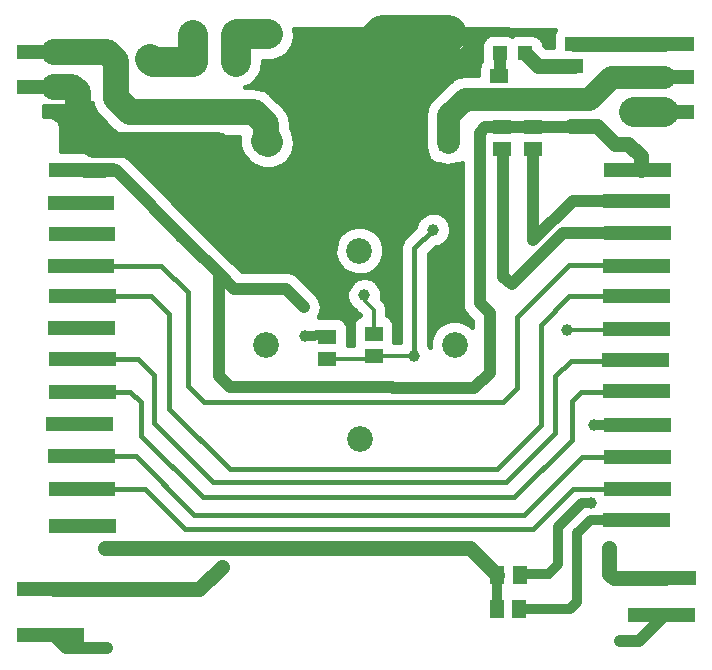
<source format=gbr>
G04 #@! TF.FileFunction,Copper,L1,Top,Signal*
%FSLAX46Y46*%
G04 Gerber Fmt 4.6, Leading zero omitted, Abs format (unit mm)*
G04 Created by KiCad (PCBNEW 4.0.6) date 05/07/17 20:47:01*
%MOMM*%
%LPD*%
G01*
G04 APERTURE LIST*
%ADD10C,0.100000*%
%ADD11R,1.200000X1.200000*%
%ADD12R,1.500000X1.300000*%
%ADD13C,1.100000*%
%ADD14R,0.635000X1.270000*%
%ADD15R,1.300000X1.500000*%
%ADD16R,1.600000X1.600000*%
%ADD17R,1.200000X0.700000*%
%ADD18C,2.184400*%
%ADD19C,1.006400*%
%ADD20C,0.406400*%
%ADD21C,0.812800*%
%ADD22C,1.016000*%
%ADD23C,0.304800*%
%ADD24C,1.930400*%
%ADD25C,2.184400*%
%ADD26C,2.540000*%
%ADD27C,1.270000*%
%ADD28C,3.200000*%
G04 APERTURE END LIST*
D10*
D11*
X191161900Y-80426500D03*
X193261900Y-80426500D03*
D12*
X176540100Y-104393900D03*
X176540100Y-106293900D03*
X191071100Y-82356700D03*
X191071100Y-84256700D03*
D13*
X203057700Y-90281700D03*
D14*
X203438700Y-90281700D03*
X204073700Y-90281700D03*
X202803700Y-90281700D03*
X202168700Y-90281700D03*
X201533700Y-90281700D03*
X204670600Y-90281700D03*
X205267500Y-90281700D03*
X200911400Y-90281700D03*
X200289100Y-90281700D03*
D13*
X205013500Y-82407700D03*
D14*
X205394500Y-82407700D03*
X206029500Y-82407700D03*
X204759500Y-82407700D03*
X204124500Y-82407700D03*
X203489500Y-82407700D03*
X206626400Y-82407700D03*
X207223300Y-82407700D03*
X202867200Y-82407700D03*
X202244900Y-82407700D03*
D13*
X156042300Y-90332500D03*
D14*
X156423300Y-90332500D03*
X157058300Y-90332500D03*
X155788300Y-90332500D03*
X155153300Y-90332500D03*
X154518300Y-90332500D03*
X157655200Y-90332500D03*
X158252100Y-90332500D03*
X153896000Y-90332500D03*
X153273700Y-90332500D03*
D13*
X153375300Y-80324900D03*
D14*
X153756300Y-80324900D03*
X154391300Y-80324900D03*
X153121300Y-80324900D03*
X152486300Y-80324900D03*
X151851300Y-80324900D03*
X154988200Y-80324900D03*
X155585100Y-80324900D03*
X151229000Y-80324900D03*
X150606700Y-80324900D03*
D13*
X202981500Y-103769100D03*
D14*
X203362500Y-103769100D03*
X203997500Y-103769100D03*
X202727500Y-103769100D03*
X202092500Y-103769100D03*
X201457500Y-103769100D03*
X204594400Y-103769100D03*
X205191300Y-103769100D03*
X200835200Y-103769100D03*
X200212900Y-103769100D03*
D13*
X202879900Y-106385300D03*
D14*
X203260900Y-106385300D03*
X203895900Y-106385300D03*
X202625900Y-106385300D03*
X201990900Y-106385300D03*
X201355900Y-106385300D03*
X204492800Y-106385300D03*
X205089700Y-106385300D03*
X200733600Y-106385300D03*
X200111300Y-106385300D03*
D13*
X156067700Y-106309100D03*
D14*
X156448700Y-106309100D03*
X157083700Y-106309100D03*
X155813700Y-106309100D03*
X155178700Y-106309100D03*
X154543700Y-106309100D03*
X157680600Y-106309100D03*
X158277500Y-106309100D03*
X153921400Y-106309100D03*
X153299100Y-106309100D03*
D13*
X202981500Y-109026900D03*
D14*
X203362500Y-109026900D03*
X203997500Y-109026900D03*
X202727500Y-109026900D03*
X202092500Y-109026900D03*
X201457500Y-109026900D03*
X204594400Y-109026900D03*
X205191300Y-109026900D03*
X200835200Y-109026900D03*
X200212900Y-109026900D03*
D13*
X156093100Y-109077700D03*
D14*
X156474100Y-109077700D03*
X157109100Y-109077700D03*
X155839100Y-109077700D03*
X155204100Y-109077700D03*
X154569100Y-109077700D03*
X157706000Y-109077700D03*
X158302900Y-109077700D03*
X153946800Y-109077700D03*
X153324500Y-109077700D03*
D13*
X203006900Y-92897900D03*
D14*
X203387900Y-92897900D03*
X204022900Y-92897900D03*
X202752900Y-92897900D03*
X202117900Y-92897900D03*
X201482900Y-92897900D03*
X204619800Y-92897900D03*
X205216700Y-92897900D03*
X200860600Y-92897900D03*
X200238300Y-92897900D03*
D13*
X203057700Y-114614900D03*
D14*
X203438700Y-114614900D03*
X204073700Y-114614900D03*
X202803700Y-114614900D03*
X202168700Y-114614900D03*
X201533700Y-114614900D03*
X204670600Y-114614900D03*
X205267500Y-114614900D03*
X200911400Y-114614900D03*
X200289100Y-114614900D03*
D13*
X156016900Y-114513300D03*
D14*
X156397900Y-114513300D03*
X157032900Y-114513300D03*
X155762900Y-114513300D03*
X155127900Y-114513300D03*
X154492900Y-114513300D03*
X157629800Y-114513300D03*
X158226700Y-114513300D03*
X153870600Y-114513300D03*
X153248300Y-114513300D03*
D13*
X202981500Y-98409700D03*
D14*
X203362500Y-98409700D03*
X203997500Y-98409700D03*
X202727500Y-98409700D03*
X202092500Y-98409700D03*
X201457500Y-98409700D03*
X204594400Y-98409700D03*
X205191300Y-98409700D03*
X200835200Y-98409700D03*
X200212900Y-98409700D03*
D13*
X155966100Y-98409700D03*
D14*
X156347100Y-98409700D03*
X156982100Y-98409700D03*
X155712100Y-98409700D03*
X155077100Y-98409700D03*
X154442100Y-98409700D03*
X157579000Y-98409700D03*
X158175900Y-98409700D03*
X153819800Y-98409700D03*
X153197500Y-98409700D03*
D13*
X205038900Y-85354100D03*
D14*
X205419900Y-85354100D03*
X206054900Y-85354100D03*
X204784900Y-85354100D03*
X204149900Y-85354100D03*
X203514900Y-85354100D03*
X206651800Y-85354100D03*
X207248700Y-85354100D03*
X202892600Y-85354100D03*
X202270300Y-85354100D03*
D13*
X205115100Y-127975300D03*
D14*
X205496100Y-127975300D03*
X206131100Y-127975300D03*
X204861100Y-127975300D03*
X204226100Y-127975300D03*
X203591100Y-127975300D03*
X206728000Y-127975300D03*
X207324900Y-127975300D03*
X202968800Y-127975300D03*
X202346500Y-127975300D03*
D13*
X205165900Y-124876500D03*
D14*
X205546900Y-124876500D03*
X206181900Y-124876500D03*
X204911900Y-124876500D03*
X204276900Y-124876500D03*
X203641900Y-124876500D03*
X206778800Y-124876500D03*
X207375700Y-124876500D03*
X203019600Y-124876500D03*
X202397300Y-124876500D03*
D13*
X153375300Y-83245900D03*
D14*
X153756300Y-83245900D03*
X154391300Y-83245900D03*
X153121300Y-83245900D03*
X152486300Y-83245900D03*
X151851300Y-83245900D03*
X154988200Y-83245900D03*
X155585100Y-83245900D03*
X151229000Y-83245900D03*
X150606700Y-83245900D03*
D13*
X153349900Y-129702500D03*
D14*
X153730900Y-129702500D03*
X154365900Y-129702500D03*
X153095900Y-129702500D03*
X152460900Y-129702500D03*
X151825900Y-129702500D03*
X154962800Y-129702500D03*
X155559700Y-129702500D03*
X151203600Y-129702500D03*
X150581300Y-129702500D03*
D13*
X153400700Y-125790900D03*
D14*
X153781700Y-125790900D03*
X154416700Y-125790900D03*
X153146700Y-125790900D03*
X152511700Y-125790900D03*
X151876700Y-125790900D03*
X155013600Y-125790900D03*
X155610500Y-125790900D03*
X151254400Y-125790900D03*
X150632100Y-125790900D03*
D13*
X155966100Y-93126500D03*
D14*
X156347100Y-93126500D03*
X156982100Y-93126500D03*
X155712100Y-93126500D03*
X155077100Y-93126500D03*
X154442100Y-93126500D03*
X157579000Y-93126500D03*
X158175900Y-93126500D03*
X153819800Y-93126500D03*
X153197500Y-93126500D03*
D13*
X156042300Y-95742700D03*
D14*
X156423300Y-95742700D03*
X157058300Y-95742700D03*
X155788300Y-95742700D03*
X155153300Y-95742700D03*
X154518300Y-95742700D03*
X157655200Y-95742700D03*
X158252100Y-95742700D03*
X153896000Y-95742700D03*
X153273700Y-95742700D03*
D13*
X156016900Y-103642100D03*
D14*
X156397900Y-103642100D03*
X157032900Y-103642100D03*
X155762900Y-103642100D03*
X155127900Y-103642100D03*
X154492900Y-103642100D03*
X157629800Y-103642100D03*
X158226700Y-103642100D03*
X153870600Y-103642100D03*
X153248300Y-103642100D03*
D13*
X155864500Y-111770100D03*
D14*
X156245500Y-111770100D03*
X156880500Y-111770100D03*
X155610500Y-111770100D03*
X154975500Y-111770100D03*
X154340500Y-111770100D03*
X157477400Y-111770100D03*
X158074300Y-111770100D03*
X153718200Y-111770100D03*
X153095900Y-111770100D03*
D13*
X156067700Y-120431500D03*
D14*
X156448700Y-120431500D03*
X157083700Y-120431500D03*
X155813700Y-120431500D03*
X155178700Y-120431500D03*
X154543700Y-120431500D03*
X157680600Y-120431500D03*
X158277500Y-120431500D03*
X153921400Y-120431500D03*
X153299100Y-120431500D03*
D12*
X180451700Y-106065300D03*
X180451700Y-104165300D03*
D13*
X205038900Y-79639100D03*
D14*
X205419900Y-79639100D03*
X206054900Y-79639100D03*
X204784900Y-79639100D03*
X204149900Y-79639100D03*
X203514900Y-79639100D03*
X206651800Y-79639100D03*
X207248700Y-79639100D03*
X202892600Y-79639100D03*
X202270300Y-79639100D03*
D13*
X202981500Y-119898100D03*
D14*
X203362500Y-119898100D03*
X203997500Y-119898100D03*
X202727500Y-119898100D03*
X202092500Y-119898100D03*
X201457500Y-119898100D03*
X204594400Y-119898100D03*
X205191300Y-119898100D03*
X200835200Y-119898100D03*
X200212900Y-119898100D03*
D13*
X203057700Y-111846300D03*
D14*
X203438700Y-111846300D03*
X204073700Y-111846300D03*
X202803700Y-111846300D03*
X202168700Y-111846300D03*
X201533700Y-111846300D03*
X204670600Y-111846300D03*
X205267500Y-111846300D03*
X200911400Y-111846300D03*
X200289100Y-111846300D03*
D15*
X190931700Y-124571700D03*
X192831700Y-124571700D03*
D12*
X197393500Y-81528900D03*
X197393500Y-79628900D03*
D15*
X190880900Y-127452900D03*
X192780900Y-127452900D03*
D13*
X203057700Y-95666500D03*
D14*
X203438700Y-95666500D03*
X204073700Y-95666500D03*
X202803700Y-95666500D03*
X202168700Y-95666500D03*
X201533700Y-95666500D03*
X204670600Y-95666500D03*
X205267500Y-95666500D03*
X200911400Y-95666500D03*
X200289100Y-95666500D03*
D13*
X203108500Y-117281900D03*
D14*
X203489500Y-117281900D03*
X204124500Y-117281900D03*
X202854500Y-117281900D03*
X202219500Y-117281900D03*
X201584500Y-117281900D03*
X204721400Y-117281900D03*
X205318300Y-117281900D03*
X200962200Y-117281900D03*
X200339900Y-117281900D03*
D13*
X156042300Y-117307300D03*
D14*
X156423300Y-117307300D03*
X157058300Y-117307300D03*
X155788300Y-117307300D03*
X155153300Y-117307300D03*
X154518300Y-117307300D03*
X157655200Y-117307300D03*
X158252100Y-117307300D03*
X153896000Y-117307300D03*
X153273700Y-117307300D03*
D13*
X203006900Y-100975100D03*
D14*
X203387900Y-100975100D03*
X204022900Y-100975100D03*
X202752900Y-100975100D03*
X202117900Y-100975100D03*
X201482900Y-100975100D03*
X204619800Y-100975100D03*
X205216700Y-100975100D03*
X200860600Y-100975100D03*
X200238300Y-100975100D03*
D13*
X156067700Y-100949700D03*
D14*
X156448700Y-100949700D03*
X157083700Y-100949700D03*
X155813700Y-100949700D03*
X155178700Y-100949700D03*
X154543700Y-100949700D03*
X157680600Y-100949700D03*
X158277500Y-100949700D03*
X153921400Y-100949700D03*
X153299100Y-100949700D03*
D12*
X193984300Y-86615500D03*
X193984300Y-88515500D03*
X191351300Y-86648900D03*
X191351300Y-88548900D03*
D16*
X186752100Y-87964900D03*
X186752100Y-78820900D03*
X171512100Y-78820900D03*
X171512100Y-87964900D03*
D17*
X165110100Y-81154900D03*
X168810100Y-81154900D03*
X165142100Y-78879900D03*
X168842100Y-78879900D03*
D18*
X171307700Y-105089900D03*
X179257700Y-97113500D03*
X187309700Y-105089900D03*
X179308700Y-113090900D03*
D19*
X174609700Y-104327900D03*
X183909100Y-106056900D03*
X185499600Y-95342400D03*
X181975700Y-108645900D03*
X174533500Y-101889500D03*
X197156100Y-86538900D03*
X195245100Y-81528900D03*
X157696100Y-122279900D03*
X156042300Y-90332500D03*
X161522100Y-80875900D03*
X196860100Y-103819900D03*
X203248100Y-85354100D03*
X168233100Y-90074900D03*
X186837100Y-91519900D03*
X201280100Y-130165900D03*
X157860100Y-130768900D03*
X200429100Y-122324900D03*
X167622100Y-123875900D03*
X198836100Y-118506900D03*
X199095300Y-111846300D03*
X179680100Y-100897900D03*
X193982100Y-96219900D03*
X192178100Y-99986900D03*
D20*
X156067700Y-106309100D02*
X160487300Y-106309100D01*
X160487300Y-106309100D02*
X161858900Y-107680700D01*
X161858900Y-107680700D02*
X161858900Y-111744700D01*
X161858900Y-111744700D02*
X166837300Y-116723100D01*
X166837300Y-116723100D02*
X191703900Y-116723100D01*
X191703900Y-116723100D02*
X195844100Y-112582900D01*
X195844100Y-112582900D02*
X195844100Y-107731500D01*
X195844100Y-107731500D02*
X197139500Y-106436100D01*
X197139500Y-106436100D02*
X202829100Y-106436100D01*
X202829100Y-106436100D02*
X202879900Y-106385300D01*
X156093100Y-109077700D02*
X159852300Y-109077700D01*
X159852300Y-109077700D02*
X160741300Y-109966700D01*
X160741300Y-109966700D02*
X160741300Y-112786100D01*
X160741300Y-112786100D02*
X165973700Y-118018500D01*
X165973700Y-118018500D02*
X192364300Y-118018500D01*
X192364300Y-118018500D02*
X197215700Y-113167100D01*
X197215700Y-113167100D02*
X197215700Y-109890500D01*
X197215700Y-109890500D02*
X198053900Y-109052300D01*
X198053900Y-109052300D02*
X202956100Y-109052300D01*
X202956100Y-109052300D02*
X202981500Y-109026900D01*
X156016900Y-114513300D02*
X160309500Y-114513300D01*
X160309500Y-114513300D02*
X165262500Y-119466300D01*
X165262500Y-119466300D02*
X193227900Y-119466300D01*
X193227900Y-119466300D02*
X198130100Y-114564100D01*
X198130100Y-114564100D02*
X203006900Y-114564100D01*
X203006900Y-114564100D02*
X203057700Y-114614900D01*
X155966100Y-98409700D02*
X162493900Y-98409700D01*
X162493900Y-98409700D02*
X164729100Y-100644900D01*
X164729100Y-100644900D02*
X164729100Y-108569700D01*
X192618300Y-102753100D02*
X197012500Y-98358900D01*
X197012500Y-98358900D02*
X202930700Y-98358900D01*
X202930700Y-98358900D02*
X202981500Y-98409700D01*
X164729100Y-108569700D02*
X166100700Y-109941300D01*
X166100700Y-109941300D02*
X191399100Y-109941300D01*
X191399100Y-109941300D02*
X192618300Y-108722100D01*
X192618300Y-102753100D02*
X192618300Y-108722100D01*
X156042300Y-117307300D02*
X161071500Y-117307300D01*
X161071500Y-117307300D02*
X164475100Y-120710900D01*
X164475100Y-120710900D02*
X193939100Y-120710900D01*
X193939100Y-120710900D02*
X197342700Y-117307300D01*
X197342700Y-117307300D02*
X203083100Y-117307300D01*
X203083100Y-117307300D02*
X203108500Y-117281900D01*
X156067700Y-100949700D02*
X161604900Y-100949700D01*
X161604900Y-100949700D02*
X163154300Y-102499100D01*
X163154300Y-102499100D02*
X163154300Y-110500100D01*
X163154300Y-110500100D02*
X168259700Y-115605500D01*
X168259700Y-115605500D02*
X190916500Y-115605500D01*
X190916500Y-115605500D02*
X194599500Y-111922500D01*
X194599500Y-111922500D02*
X194599500Y-103388100D01*
X194599500Y-103388100D02*
X197012500Y-100975100D01*
X197012500Y-100975100D02*
X203006900Y-100975100D01*
D21*
X174609700Y-104327900D02*
X176448700Y-104302500D01*
X176448700Y-104302500D02*
X176540100Y-104393900D01*
D22*
X191161900Y-80426500D02*
X191161900Y-82265900D01*
X191161900Y-82265900D02*
X191071100Y-82356700D01*
D23*
X176540100Y-106293900D02*
X180223100Y-106293900D01*
X180223100Y-106293900D02*
X180451700Y-106065300D01*
D24*
X191071100Y-84256700D02*
X198724300Y-84256700D01*
X198724300Y-84256700D02*
X200524100Y-82456900D01*
X200524100Y-82456900D02*
X204964300Y-82456900D01*
X204964300Y-82456900D02*
X205013500Y-82407700D01*
D25*
X153375300Y-80324900D02*
X157884100Y-80324900D01*
X157884100Y-80324900D02*
X158626100Y-81066900D01*
X158626100Y-81066900D02*
X158626100Y-84184900D01*
X158626100Y-84184900D02*
X159841100Y-85399900D01*
X159841100Y-85399900D02*
X170320100Y-85399900D01*
X170320100Y-85399900D02*
X171346100Y-86425900D01*
X171346100Y-86425900D02*
X171346100Y-87798900D01*
D26*
X171346100Y-87798900D02*
X171512100Y-87964900D01*
D24*
X191071100Y-84256700D02*
X188209300Y-84256700D01*
X188209300Y-84256700D02*
X186800100Y-85665900D01*
X186800100Y-85665900D02*
X186800100Y-87916900D01*
X186800100Y-87916900D02*
X186752100Y-87964900D01*
D23*
X180451700Y-106065300D02*
X183900700Y-106065300D01*
X183900700Y-106065300D02*
X183909100Y-106056900D01*
D20*
X183900700Y-106065300D02*
X183900700Y-96941300D01*
X183900700Y-96941300D02*
X185499600Y-95342400D01*
D21*
X190931700Y-124571700D02*
X190931700Y-127544100D01*
X190931700Y-127544100D02*
X190880900Y-127452900D01*
D22*
X181975700Y-108645900D02*
X168285100Y-108645900D01*
X168285100Y-108645900D02*
X167345300Y-107706100D01*
X167345300Y-107706100D02*
X167345300Y-99044700D01*
X167345300Y-99044700D02*
X164932300Y-96631700D01*
X167345300Y-99044700D02*
X168666100Y-100365500D01*
X168666100Y-100365500D02*
X173009500Y-100365500D01*
X173009500Y-100365500D02*
X174533500Y-101889500D01*
X157587100Y-90332500D02*
X158633100Y-90332500D01*
X158633100Y-90332500D02*
X164932300Y-96631700D01*
X164932300Y-96631700D02*
X164898900Y-96631700D01*
X164898900Y-96631700D02*
X164265100Y-95997900D01*
X164265100Y-95997900D02*
X164216100Y-95997900D01*
X164216100Y-95997900D02*
X164167100Y-95948900D01*
D27*
X203057700Y-90281700D02*
X203057700Y-89131500D01*
X203057700Y-89131500D02*
X201983100Y-88056900D01*
X201983100Y-88056900D02*
X200876100Y-88056900D01*
X200876100Y-88056900D02*
X199399100Y-86579900D01*
X197393500Y-81528900D02*
X195245100Y-81528900D01*
X195245100Y-81528900D02*
X194364300Y-81528900D01*
X194364300Y-81528900D02*
X193261900Y-80426500D01*
X199399100Y-86579900D02*
X197219100Y-86579900D01*
X197219100Y-86579900D02*
X197156100Y-86538900D01*
D22*
X193984300Y-86615500D02*
X197079500Y-86615500D01*
X197079500Y-86615500D02*
X197156100Y-86538900D01*
X191351300Y-86648900D02*
X193950900Y-86648900D01*
X193950900Y-86648900D02*
X193984300Y-86615500D01*
X191351300Y-86648900D02*
X189911100Y-86648900D01*
X189911100Y-86648900D02*
X189426100Y-87133900D01*
X189426100Y-87133900D02*
X189426100Y-101570900D01*
X189426100Y-101570900D02*
X190280100Y-102424900D01*
X190280100Y-102424900D02*
X190280100Y-107459900D01*
X190280100Y-107459900D02*
X188952100Y-108787900D01*
X188952100Y-108787900D02*
X182117700Y-108787900D01*
X182117700Y-108787900D02*
X181975700Y-108645900D01*
D27*
X190931700Y-124571700D02*
X188639900Y-122279900D01*
X188639900Y-122279900D02*
X157696100Y-122279900D01*
X156042300Y-90332500D02*
X157587100Y-90332500D01*
D26*
X165142100Y-78879900D02*
X165142100Y-81122900D01*
X165142100Y-81122900D02*
X165110100Y-81154900D01*
X165110100Y-81154900D02*
X161801100Y-81154900D01*
X161801100Y-81154900D02*
X161522100Y-80875900D01*
D23*
X196860100Y-103819900D02*
X202930700Y-103819900D01*
X202930700Y-103819900D02*
X202981500Y-103769100D01*
D26*
X203248100Y-85354100D02*
X202539300Y-85354100D01*
X203248100Y-85354100D02*
X205038900Y-85354100D01*
D25*
X167283100Y-88174900D02*
X167296100Y-88187900D01*
X167296100Y-88187900D02*
X168195100Y-89086900D01*
X168195100Y-89086900D02*
X168195100Y-90036900D01*
D26*
X168195100Y-90036900D02*
X168233100Y-90074900D01*
D25*
X153375300Y-83245900D02*
X154958100Y-83245900D01*
X154958100Y-83245900D02*
X155416100Y-83703900D01*
X155416100Y-83703900D02*
X155416100Y-86825900D01*
X155416100Y-86825900D02*
X156778100Y-88187900D01*
X156778100Y-88187900D02*
X167296100Y-88187900D01*
D28*
X186752100Y-78820900D02*
X181225100Y-78820900D01*
X181225100Y-78820900D02*
X178877100Y-81168900D01*
X178877100Y-81168900D02*
X178877100Y-89010900D01*
X178877100Y-89010900D02*
X178877100Y-90661900D01*
X178877100Y-90661900D02*
X176872100Y-92666900D01*
X176872100Y-92666900D02*
X170104100Y-92666900D01*
X170104100Y-92666900D02*
X168233100Y-90795900D01*
X168233100Y-90795900D02*
X168233100Y-90074900D01*
D26*
X186837100Y-91519900D02*
X181386100Y-91519900D01*
X181386100Y-91519900D02*
X178877100Y-89010900D01*
D22*
X205115100Y-127975300D02*
X202924500Y-130165900D01*
X202924500Y-130165900D02*
X201280100Y-130165900D01*
X153349900Y-129702500D02*
X154416300Y-130768900D01*
X154416300Y-130768900D02*
X157860100Y-130768900D01*
D27*
X205165900Y-124876500D02*
X200836700Y-124876500D01*
X200836700Y-124876500D02*
X200429100Y-124468900D01*
X200429100Y-124468900D02*
X200429100Y-122324900D01*
X153400700Y-125790900D02*
X165707100Y-125790900D01*
X165707100Y-125790900D02*
X167622100Y-123875900D01*
X197393500Y-79628900D02*
X205028700Y-79628900D01*
D21*
X205028700Y-79628900D02*
X205038900Y-79639100D01*
X192780900Y-127452900D02*
X197073900Y-127452900D01*
X197073900Y-127452900D02*
X197688100Y-126878700D01*
X197688100Y-126878700D02*
X197644100Y-121041100D01*
X197644100Y-121041100D02*
X198841300Y-119948900D01*
X198841300Y-119948900D02*
X202930700Y-119948900D01*
X202930700Y-119948900D02*
X202981500Y-119898100D01*
X195285300Y-124495500D02*
X192907900Y-124495500D01*
X192907900Y-124495500D02*
X192831700Y-124571700D01*
X195285300Y-124495500D02*
X196102100Y-123678700D01*
X196102100Y-123678700D02*
X196102100Y-120521900D01*
X196102100Y-120521900D02*
X198117100Y-118506900D01*
X198117100Y-118506900D02*
X198836100Y-118506900D01*
X199095300Y-111846300D02*
X203057700Y-111846300D01*
D23*
X180451700Y-104165300D02*
X180451700Y-102118100D01*
X180451700Y-102118100D02*
X179715100Y-101381500D01*
X179715100Y-101381500D02*
X179680100Y-100897900D01*
D22*
X203006900Y-92897900D02*
X197304100Y-92897900D01*
X197304100Y-92897900D02*
X193982100Y-96219900D01*
X193982100Y-96219900D02*
X193982100Y-88517700D01*
X193982100Y-88517700D02*
X193984300Y-88515500D01*
X203057700Y-95666500D02*
X196531500Y-95666500D01*
X196531500Y-95666500D02*
X192178100Y-99986900D01*
X192178100Y-99986900D02*
X191451100Y-99321900D01*
X191451100Y-99321900D02*
X191451100Y-88648700D01*
X191451100Y-88648700D02*
X191351300Y-88548900D01*
D26*
X171512100Y-78820900D02*
X168901100Y-78820900D01*
X168901100Y-78820900D02*
X168842100Y-78879900D01*
X168810100Y-81154900D02*
X168810100Y-78911900D01*
X168810100Y-78911900D02*
X168842100Y-78879900D01*
D20*
G36*
X185292500Y-78384315D02*
X185292500Y-78631000D01*
X185457400Y-78795900D01*
X186727100Y-78795900D01*
X186727100Y-78775900D01*
X186777100Y-78775900D01*
X186777100Y-78795900D01*
X188046800Y-78795900D01*
X188211700Y-78631000D01*
X188211700Y-78392362D01*
X195797516Y-78413273D01*
X195781060Y-78432581D01*
X195663004Y-78694480D01*
X195622585Y-78978900D01*
X195622585Y-79877900D01*
X195048166Y-79877900D01*
X194872941Y-79702675D01*
X194869913Y-79664706D01*
X194784930Y-79390286D01*
X194626860Y-79150406D01*
X194408219Y-78964060D01*
X194146320Y-78846004D01*
X193861900Y-78805585D01*
X193563740Y-78805585D01*
X193267663Y-78775510D01*
X192949508Y-78805585D01*
X192661900Y-78805585D01*
X192500106Y-78818487D01*
X192225686Y-78903470D01*
X192204612Y-78917357D01*
X192046320Y-78846004D01*
X191761900Y-78805585D01*
X190561900Y-78805585D01*
X190400106Y-78818487D01*
X190125686Y-78903470D01*
X189885806Y-79061540D01*
X189699460Y-79280181D01*
X189581404Y-79542080D01*
X189540985Y-79826500D01*
X189540985Y-81026500D01*
X189543704Y-81060598D01*
X189458660Y-81160381D01*
X189340604Y-81422280D01*
X189300185Y-81706700D01*
X189300185Y-82275500D01*
X188209300Y-82275500D01*
X188027187Y-82293356D01*
X187844856Y-82309308D01*
X187834847Y-82312216D01*
X187824483Y-82313232D01*
X187649340Y-82366110D01*
X187473546Y-82417183D01*
X187464295Y-82421978D01*
X187454323Y-82424989D01*
X187292754Y-82510897D01*
X187130262Y-82595125D01*
X187122120Y-82601625D01*
X187112921Y-82606516D01*
X186971104Y-82722179D01*
X186828077Y-82836356D01*
X186813577Y-82850655D01*
X186813279Y-82850898D01*
X186813050Y-82851174D01*
X186808380Y-82855780D01*
X185399180Y-84264980D01*
X185283031Y-84406383D01*
X185165385Y-84546587D01*
X185160365Y-84555719D01*
X185153754Y-84563767D01*
X185067274Y-84725051D01*
X184979109Y-84885422D01*
X184975960Y-84895349D01*
X184971035Y-84904534D01*
X184917521Y-85079571D01*
X184862194Y-85253985D01*
X184861033Y-85264339D01*
X184857987Y-85274301D01*
X184839494Y-85456358D01*
X184819093Y-85638238D01*
X184818951Y-85658601D01*
X184818912Y-85658984D01*
X184818946Y-85659341D01*
X184818900Y-85665900D01*
X184818900Y-87544148D01*
X184809987Y-87573301D01*
X184770912Y-87957984D01*
X184807300Y-88342931D01*
X184917765Y-88713478D01*
X184931185Y-88738931D01*
X184931185Y-88764900D01*
X184944087Y-88926694D01*
X185029070Y-89201114D01*
X185187140Y-89440994D01*
X185405781Y-89627340D01*
X185667680Y-89745396D01*
X185952100Y-89785815D01*
X185972867Y-89785815D01*
X185977984Y-89788605D01*
X186346953Y-89904232D01*
X186731353Y-89945991D01*
X187116544Y-89912292D01*
X187487854Y-89804416D01*
X187523739Y-89785815D01*
X187552100Y-89785815D01*
X187713894Y-89772913D01*
X187902100Y-89714629D01*
X187902100Y-101570900D01*
X187915838Y-101711010D01*
X187928106Y-101851242D01*
X187930342Y-101858939D01*
X187931124Y-101866913D01*
X187971811Y-102001673D01*
X188011088Y-102136865D01*
X188014776Y-102143980D01*
X188017092Y-102151651D01*
X188083180Y-102275945D01*
X188147966Y-102400930D01*
X188152966Y-102407193D01*
X188156728Y-102414269D01*
X188245729Y-102523395D01*
X188333529Y-102633380D01*
X188344525Y-102644531D01*
X188344714Y-102644763D01*
X188344928Y-102644940D01*
X188348469Y-102648531D01*
X188756100Y-103056162D01*
X188756100Y-103554397D01*
X188660020Y-103457644D01*
X188317263Y-103226452D01*
X187936128Y-103066237D01*
X187531133Y-102983104D01*
X187117704Y-102980217D01*
X186711588Y-103057688D01*
X186328253Y-103212565D01*
X185982302Y-103438950D01*
X185686911Y-103728218D01*
X185453331Y-104069353D01*
X185290460Y-104449359D01*
X185204501Y-104853764D01*
X185198928Y-105252876D01*
X185119900Y-105133929D01*
X185119900Y-97446310D01*
X185719963Y-96846247D01*
X185910120Y-96812717D01*
X186187888Y-96704978D01*
X186439439Y-96545339D01*
X186655192Y-96339880D01*
X186826928Y-96096427D01*
X186948108Y-95824254D01*
X187014114Y-95533728D01*
X187018865Y-95193435D01*
X186960997Y-94901178D01*
X186847465Y-94625728D01*
X186682592Y-94377575D01*
X186472660Y-94166172D01*
X186225665Y-93999572D01*
X185951013Y-93884119D01*
X185659168Y-93824212D01*
X185361245Y-93822132D01*
X185068591Y-93877958D01*
X184792355Y-93989565D01*
X184543057Y-94152701D01*
X184330194Y-94361152D01*
X184161873Y-94606978D01*
X184044506Y-94880817D01*
X183992553Y-95125237D01*
X183038595Y-96079195D01*
X182967074Y-96166266D01*
X182894722Y-96252492D01*
X182891636Y-96258106D01*
X182887563Y-96263064D01*
X182834321Y-96362360D01*
X182780090Y-96461006D01*
X182778151Y-96467117D01*
X182775122Y-96472767D01*
X182742197Y-96580461D01*
X182708142Y-96687814D01*
X182707427Y-96694185D01*
X182705553Y-96700316D01*
X182694169Y-96812385D01*
X182681619Y-96924277D01*
X182681531Y-96936803D01*
X182681507Y-96937044D01*
X182681528Y-96937268D01*
X182681500Y-96941300D01*
X182681500Y-104896900D01*
X182211019Y-104896900D01*
X182222615Y-104815300D01*
X182222615Y-103515300D01*
X182209713Y-103353506D01*
X182124730Y-103079086D01*
X181966660Y-102839206D01*
X181748019Y-102652860D01*
X181620100Y-102595198D01*
X181620100Y-102118100D01*
X181609570Y-102010711D01*
X181600162Y-101903171D01*
X181598447Y-101897269D01*
X181597848Y-101891157D01*
X181566656Y-101787842D01*
X181536543Y-101684194D01*
X181533717Y-101678741D01*
X181531940Y-101672857D01*
X181481264Y-101577549D01*
X181431603Y-101481744D01*
X181427769Y-101476942D01*
X181424885Y-101471517D01*
X181356672Y-101387880D01*
X181289338Y-101303532D01*
X181280906Y-101294981D01*
X181280762Y-101294805D01*
X181280599Y-101294670D01*
X181277884Y-101291917D01*
X181172506Y-101186538D01*
X181194614Y-101089228D01*
X181199365Y-100748935D01*
X181141497Y-100456678D01*
X181027965Y-100181228D01*
X180863092Y-99933075D01*
X180653160Y-99721672D01*
X180406165Y-99555072D01*
X180131513Y-99439619D01*
X179839668Y-99379712D01*
X179541745Y-99377632D01*
X179249091Y-99433458D01*
X178972855Y-99545065D01*
X178723557Y-99708201D01*
X178510694Y-99916652D01*
X178342373Y-100162478D01*
X178225006Y-100436317D01*
X178163063Y-100727737D01*
X178158903Y-101025638D01*
X178212685Y-101318674D01*
X178322361Y-101595683D01*
X178483752Y-101846114D01*
X178690712Y-102060427D01*
X178866978Y-102182936D01*
X178877462Y-102196068D01*
X178888916Y-102207684D01*
X179271607Y-102590374D01*
X179265486Y-102592270D01*
X179025606Y-102750340D01*
X178839260Y-102968981D01*
X178721204Y-103230880D01*
X178680785Y-103515300D01*
X178680785Y-104815300D01*
X178693687Y-104977094D01*
X178733123Y-105104438D01*
X178723629Y-105125500D01*
X178299419Y-105125500D01*
X178311015Y-105043900D01*
X178311015Y-103743900D01*
X178298113Y-103582106D01*
X178213130Y-103307686D01*
X178055060Y-103067806D01*
X177836419Y-102881460D01*
X177574520Y-102763404D01*
X177290100Y-102722985D01*
X175806582Y-102722985D01*
X175812724Y-102711719D01*
X175860828Y-102643527D01*
X175909475Y-102534264D01*
X175936349Y-102484974D01*
X175948062Y-102447597D01*
X175982008Y-102371354D01*
X176008509Y-102254711D01*
X176025293Y-102201152D01*
X176029523Y-102162218D01*
X176048014Y-102080828D01*
X176049437Y-101978905D01*
X176057416Y-101905458D01*
X176051419Y-101836916D01*
X176052765Y-101740535D01*
X176035246Y-101652059D01*
X176031493Y-101609158D01*
X176016606Y-101557915D01*
X175994897Y-101448278D01*
X175960526Y-101364887D01*
X175948512Y-101323535D01*
X175923956Y-101276162D01*
X175881365Y-101172828D01*
X175831451Y-101097701D01*
X175811633Y-101059469D01*
X175778341Y-101017765D01*
X175716492Y-100924675D01*
X175652938Y-100860676D01*
X175626071Y-100827020D01*
X175611130Y-100811869D01*
X174087131Y-99287869D01*
X173978335Y-99198503D01*
X173870510Y-99108027D01*
X173863487Y-99104166D01*
X173857295Y-99099080D01*
X173733233Y-99032559D01*
X173609867Y-98964738D01*
X173602229Y-98962315D01*
X173595166Y-98958528D01*
X173460549Y-98917371D01*
X173326357Y-98874803D01*
X173318392Y-98873910D01*
X173310730Y-98871567D01*
X173170650Y-98857338D01*
X173030778Y-98841649D01*
X173015119Y-98841539D01*
X173014820Y-98841509D01*
X173014542Y-98841535D01*
X173009500Y-98841500D01*
X169297362Y-98841500D01*
X167746625Y-97290763D01*
X177146729Y-97290763D01*
X177221362Y-97697410D01*
X177373559Y-98081817D01*
X177597523Y-98429340D01*
X177884722Y-98726744D01*
X178224218Y-98962699D01*
X178603078Y-99128219D01*
X179006873Y-99216999D01*
X179420222Y-99225658D01*
X179827380Y-99153865D01*
X180212839Y-99004355D01*
X180561918Y-98782823D01*
X180861319Y-98497707D01*
X181099639Y-98159867D01*
X181267800Y-97782171D01*
X181359397Y-97379006D01*
X181365991Y-96906780D01*
X181285687Y-96501215D01*
X181128137Y-96118971D01*
X180899343Y-95774608D01*
X180608020Y-95481244D01*
X180265263Y-95250052D01*
X179884128Y-95089837D01*
X179479133Y-95006704D01*
X179065704Y-95003817D01*
X178659588Y-95081288D01*
X178276253Y-95236165D01*
X177930302Y-95462550D01*
X177634911Y-95751818D01*
X177401331Y-96092953D01*
X177238460Y-96472959D01*
X177152501Y-96877364D01*
X177146729Y-97290763D01*
X167746625Y-97290763D01*
X159710731Y-89254869D01*
X159601931Y-89165500D01*
X159494110Y-89075027D01*
X159487087Y-89071166D01*
X159480895Y-89066080D01*
X159356833Y-88999559D01*
X159233467Y-88931738D01*
X159226912Y-88929659D01*
X159115919Y-88835060D01*
X158854020Y-88717004D01*
X158569600Y-88676585D01*
X154022100Y-88676585D01*
X154022100Y-86782900D01*
X154020479Y-86766367D01*
X154021597Y-86749800D01*
X154010105Y-86660566D01*
X154001322Y-86570990D01*
X153996521Y-86555089D01*
X153994400Y-86538618D01*
X153965792Y-86453308D01*
X153939780Y-86367152D01*
X153931982Y-86352486D01*
X153926702Y-86336741D01*
X153882067Y-86258610D01*
X153839817Y-86179150D01*
X153829319Y-86166278D01*
X153821081Y-86151858D01*
X153762122Y-86083886D01*
X153705242Y-86014144D01*
X153692444Y-86003557D01*
X153681562Y-85991011D01*
X153610515Y-85935779D01*
X153541179Y-85878420D01*
X153526570Y-85870521D01*
X153513457Y-85860327D01*
X153433041Y-85819950D01*
X153353880Y-85777147D01*
X153338013Y-85772235D01*
X153323171Y-85764783D01*
X153236449Y-85740796D01*
X153150476Y-85714183D01*
X153133955Y-85712447D01*
X153117951Y-85708020D01*
X153028206Y-85701332D01*
X152938717Y-85691927D01*
X152922183Y-85693432D01*
X152905614Y-85692197D01*
X152890387Y-85692660D01*
X152531380Y-85706066D01*
X152522438Y-84901815D01*
X155902600Y-84901815D01*
X156064394Y-84888913D01*
X156338814Y-84803930D01*
X156574438Y-84648665D01*
X156614358Y-84780886D01*
X156668667Y-84967818D01*
X156673767Y-84977656D01*
X156676972Y-84988273D01*
X156768428Y-85160277D01*
X156858015Y-85333108D01*
X156864929Y-85341769D01*
X156870135Y-85351560D01*
X156993222Y-85502480D01*
X157114709Y-85654664D01*
X157129928Y-85670097D01*
X157130183Y-85670410D01*
X157130473Y-85670650D01*
X157135377Y-85675623D01*
X158350377Y-86890622D01*
X158500888Y-87014253D01*
X158650037Y-87139404D01*
X158659749Y-87144743D01*
X158668317Y-87151781D01*
X158839966Y-87243818D01*
X159010592Y-87337621D01*
X159021158Y-87340973D01*
X159030929Y-87346212D01*
X159217190Y-87403158D01*
X159402781Y-87462031D01*
X159413796Y-87463266D01*
X159424398Y-87466508D01*
X159618120Y-87486185D01*
X159811665Y-87507895D01*
X159833337Y-87508046D01*
X159833741Y-87508087D01*
X159834118Y-87508051D01*
X159841100Y-87508100D01*
X169089216Y-87508100D01*
X169060225Y-87774961D01*
X169099110Y-88219412D01*
X169223582Y-88647847D01*
X169428899Y-89043945D01*
X169707242Y-89392619D01*
X169729654Y-89415346D01*
X169895654Y-89581346D01*
X170240408Y-89864530D01*
X170633601Y-90075358D01*
X171060255Y-90205800D01*
X171504120Y-90250886D01*
X171948289Y-90208900D01*
X172375843Y-90081440D01*
X172770499Y-89873362D01*
X173117221Y-89592591D01*
X173402806Y-89249822D01*
X173616374Y-88858111D01*
X173749791Y-88432377D01*
X173797974Y-87988839D01*
X173759090Y-87544388D01*
X173634618Y-87115953D01*
X173454300Y-86768085D01*
X173454300Y-86425900D01*
X173435292Y-86232043D01*
X173418324Y-86038094D01*
X173415232Y-86027452D01*
X173414150Y-86016415D01*
X173357842Y-85829914D01*
X173303533Y-85642982D01*
X173298433Y-85633144D01*
X173295228Y-85622527D01*
X173203783Y-85450544D01*
X173114185Y-85277691D01*
X173107269Y-85269028D01*
X173102065Y-85259240D01*
X172978996Y-85108342D01*
X172857491Y-84956136D01*
X172842276Y-84940707D01*
X172842017Y-84940390D01*
X172841723Y-84940147D01*
X172836822Y-84935177D01*
X171810823Y-83909177D01*
X171660255Y-83785499D01*
X171511163Y-83660396D01*
X171501454Y-83655059D01*
X171492883Y-83648018D01*
X171321196Y-83555960D01*
X171150608Y-83462179D01*
X171140043Y-83458827D01*
X171130271Y-83453588D01*
X170944010Y-83396642D01*
X170758419Y-83337769D01*
X170747404Y-83336534D01*
X170736802Y-83333292D01*
X170543080Y-83313615D01*
X170349535Y-83291905D01*
X170327863Y-83291754D01*
X170327459Y-83291713D01*
X170327082Y-83291749D01*
X170320100Y-83291700D01*
X169607814Y-83291700D01*
X169666451Y-83274442D01*
X170061830Y-83067743D01*
X170409530Y-82788185D01*
X170696309Y-82446415D01*
X170911243Y-82055451D01*
X171046145Y-81630186D01*
X171095877Y-81186818D01*
X171096100Y-81154900D01*
X171096100Y-81106900D01*
X171512100Y-81106900D01*
X171956120Y-81063363D01*
X172383227Y-80934412D01*
X172777153Y-80724958D01*
X173122894Y-80442979D01*
X173407280Y-80099215D01*
X173619479Y-79706761D01*
X173751409Y-79280564D01*
X173779762Y-79010800D01*
X185292500Y-79010800D01*
X185292500Y-79685865D01*
X185317848Y-79813298D01*
X185367570Y-79933338D01*
X185439755Y-80041370D01*
X185531629Y-80133245D01*
X185639662Y-80205430D01*
X185759702Y-80255152D01*
X185887135Y-80280500D01*
X186562200Y-80280500D01*
X186727100Y-80115600D01*
X186727100Y-78845900D01*
X186777100Y-78845900D01*
X186777100Y-80115600D01*
X186942000Y-80280500D01*
X187617065Y-80280500D01*
X187744498Y-80255152D01*
X187864538Y-80205430D01*
X187972571Y-80133245D01*
X188064445Y-80041370D01*
X188136630Y-79933338D01*
X188186352Y-79813298D01*
X188211700Y-79685865D01*
X188211700Y-79010800D01*
X188046800Y-78845900D01*
X186777100Y-78845900D01*
X186727100Y-78845900D01*
X185457400Y-78845900D01*
X185292500Y-79010800D01*
X173779762Y-79010800D01*
X173798044Y-78836859D01*
X173757609Y-78392546D01*
X173745818Y-78352485D01*
X185292500Y-78384315D01*
X185292500Y-78384315D01*
G37*
X185292500Y-78384315D02*
X185292500Y-78631000D01*
X185457400Y-78795900D01*
X186727100Y-78795900D01*
X186727100Y-78775900D01*
X186777100Y-78775900D01*
X186777100Y-78795900D01*
X188046800Y-78795900D01*
X188211700Y-78631000D01*
X188211700Y-78392362D01*
X195797516Y-78413273D01*
X195781060Y-78432581D01*
X195663004Y-78694480D01*
X195622585Y-78978900D01*
X195622585Y-79877900D01*
X195048166Y-79877900D01*
X194872941Y-79702675D01*
X194869913Y-79664706D01*
X194784930Y-79390286D01*
X194626860Y-79150406D01*
X194408219Y-78964060D01*
X194146320Y-78846004D01*
X193861900Y-78805585D01*
X193563740Y-78805585D01*
X193267663Y-78775510D01*
X192949508Y-78805585D01*
X192661900Y-78805585D01*
X192500106Y-78818487D01*
X192225686Y-78903470D01*
X192204612Y-78917357D01*
X192046320Y-78846004D01*
X191761900Y-78805585D01*
X190561900Y-78805585D01*
X190400106Y-78818487D01*
X190125686Y-78903470D01*
X189885806Y-79061540D01*
X189699460Y-79280181D01*
X189581404Y-79542080D01*
X189540985Y-79826500D01*
X189540985Y-81026500D01*
X189543704Y-81060598D01*
X189458660Y-81160381D01*
X189340604Y-81422280D01*
X189300185Y-81706700D01*
X189300185Y-82275500D01*
X188209300Y-82275500D01*
X188027187Y-82293356D01*
X187844856Y-82309308D01*
X187834847Y-82312216D01*
X187824483Y-82313232D01*
X187649340Y-82366110D01*
X187473546Y-82417183D01*
X187464295Y-82421978D01*
X187454323Y-82424989D01*
X187292754Y-82510897D01*
X187130262Y-82595125D01*
X187122120Y-82601625D01*
X187112921Y-82606516D01*
X186971104Y-82722179D01*
X186828077Y-82836356D01*
X186813577Y-82850655D01*
X186813279Y-82850898D01*
X186813050Y-82851174D01*
X186808380Y-82855780D01*
X185399180Y-84264980D01*
X185283031Y-84406383D01*
X185165385Y-84546587D01*
X185160365Y-84555719D01*
X185153754Y-84563767D01*
X185067274Y-84725051D01*
X184979109Y-84885422D01*
X184975960Y-84895349D01*
X184971035Y-84904534D01*
X184917521Y-85079571D01*
X184862194Y-85253985D01*
X184861033Y-85264339D01*
X184857987Y-85274301D01*
X184839494Y-85456358D01*
X184819093Y-85638238D01*
X184818951Y-85658601D01*
X184818912Y-85658984D01*
X184818946Y-85659341D01*
X184818900Y-85665900D01*
X184818900Y-87544148D01*
X184809987Y-87573301D01*
X184770912Y-87957984D01*
X184807300Y-88342931D01*
X184917765Y-88713478D01*
X184931185Y-88738931D01*
X184931185Y-88764900D01*
X184944087Y-88926694D01*
X185029070Y-89201114D01*
X185187140Y-89440994D01*
X185405781Y-89627340D01*
X185667680Y-89745396D01*
X185952100Y-89785815D01*
X185972867Y-89785815D01*
X185977984Y-89788605D01*
X186346953Y-89904232D01*
X186731353Y-89945991D01*
X187116544Y-89912292D01*
X187487854Y-89804416D01*
X187523739Y-89785815D01*
X187552100Y-89785815D01*
X187713894Y-89772913D01*
X187902100Y-89714629D01*
X187902100Y-101570900D01*
X187915838Y-101711010D01*
X187928106Y-101851242D01*
X187930342Y-101858939D01*
X187931124Y-101866913D01*
X187971811Y-102001673D01*
X188011088Y-102136865D01*
X188014776Y-102143980D01*
X188017092Y-102151651D01*
X188083180Y-102275945D01*
X188147966Y-102400930D01*
X188152966Y-102407193D01*
X188156728Y-102414269D01*
X188245729Y-102523395D01*
X188333529Y-102633380D01*
X188344525Y-102644531D01*
X188344714Y-102644763D01*
X188344928Y-102644940D01*
X188348469Y-102648531D01*
X188756100Y-103056162D01*
X188756100Y-103554397D01*
X188660020Y-103457644D01*
X188317263Y-103226452D01*
X187936128Y-103066237D01*
X187531133Y-102983104D01*
X187117704Y-102980217D01*
X186711588Y-103057688D01*
X186328253Y-103212565D01*
X185982302Y-103438950D01*
X185686911Y-103728218D01*
X185453331Y-104069353D01*
X185290460Y-104449359D01*
X185204501Y-104853764D01*
X185198928Y-105252876D01*
X185119900Y-105133929D01*
X185119900Y-97446310D01*
X185719963Y-96846247D01*
X185910120Y-96812717D01*
X186187888Y-96704978D01*
X186439439Y-96545339D01*
X186655192Y-96339880D01*
X186826928Y-96096427D01*
X186948108Y-95824254D01*
X187014114Y-95533728D01*
X187018865Y-95193435D01*
X186960997Y-94901178D01*
X186847465Y-94625728D01*
X186682592Y-94377575D01*
X186472660Y-94166172D01*
X186225665Y-93999572D01*
X185951013Y-93884119D01*
X185659168Y-93824212D01*
X185361245Y-93822132D01*
X185068591Y-93877958D01*
X184792355Y-93989565D01*
X184543057Y-94152701D01*
X184330194Y-94361152D01*
X184161873Y-94606978D01*
X184044506Y-94880817D01*
X183992553Y-95125237D01*
X183038595Y-96079195D01*
X182967074Y-96166266D01*
X182894722Y-96252492D01*
X182891636Y-96258106D01*
X182887563Y-96263064D01*
X182834321Y-96362360D01*
X182780090Y-96461006D01*
X182778151Y-96467117D01*
X182775122Y-96472767D01*
X182742197Y-96580461D01*
X182708142Y-96687814D01*
X182707427Y-96694185D01*
X182705553Y-96700316D01*
X182694169Y-96812385D01*
X182681619Y-96924277D01*
X182681531Y-96936803D01*
X182681507Y-96937044D01*
X182681528Y-96937268D01*
X182681500Y-96941300D01*
X182681500Y-104896900D01*
X182211019Y-104896900D01*
X182222615Y-104815300D01*
X182222615Y-103515300D01*
X182209713Y-103353506D01*
X182124730Y-103079086D01*
X181966660Y-102839206D01*
X181748019Y-102652860D01*
X181620100Y-102595198D01*
X181620100Y-102118100D01*
X181609570Y-102010711D01*
X181600162Y-101903171D01*
X181598447Y-101897269D01*
X181597848Y-101891157D01*
X181566656Y-101787842D01*
X181536543Y-101684194D01*
X181533717Y-101678741D01*
X181531940Y-101672857D01*
X181481264Y-101577549D01*
X181431603Y-101481744D01*
X181427769Y-101476942D01*
X181424885Y-101471517D01*
X181356672Y-101387880D01*
X181289338Y-101303532D01*
X181280906Y-101294981D01*
X181280762Y-101294805D01*
X181280599Y-101294670D01*
X181277884Y-101291917D01*
X181172506Y-101186538D01*
X181194614Y-101089228D01*
X181199365Y-100748935D01*
X181141497Y-100456678D01*
X181027965Y-100181228D01*
X180863092Y-99933075D01*
X180653160Y-99721672D01*
X180406165Y-99555072D01*
X180131513Y-99439619D01*
X179839668Y-99379712D01*
X179541745Y-99377632D01*
X179249091Y-99433458D01*
X178972855Y-99545065D01*
X178723557Y-99708201D01*
X178510694Y-99916652D01*
X178342373Y-100162478D01*
X178225006Y-100436317D01*
X178163063Y-100727737D01*
X178158903Y-101025638D01*
X178212685Y-101318674D01*
X178322361Y-101595683D01*
X178483752Y-101846114D01*
X178690712Y-102060427D01*
X178866978Y-102182936D01*
X178877462Y-102196068D01*
X178888916Y-102207684D01*
X179271607Y-102590374D01*
X179265486Y-102592270D01*
X179025606Y-102750340D01*
X178839260Y-102968981D01*
X178721204Y-103230880D01*
X178680785Y-103515300D01*
X178680785Y-104815300D01*
X178693687Y-104977094D01*
X178733123Y-105104438D01*
X178723629Y-105125500D01*
X178299419Y-105125500D01*
X178311015Y-105043900D01*
X178311015Y-103743900D01*
X178298113Y-103582106D01*
X178213130Y-103307686D01*
X178055060Y-103067806D01*
X177836419Y-102881460D01*
X177574520Y-102763404D01*
X177290100Y-102722985D01*
X175806582Y-102722985D01*
X175812724Y-102711719D01*
X175860828Y-102643527D01*
X175909475Y-102534264D01*
X175936349Y-102484974D01*
X175948062Y-102447597D01*
X175982008Y-102371354D01*
X176008509Y-102254711D01*
X176025293Y-102201152D01*
X176029523Y-102162218D01*
X176048014Y-102080828D01*
X176049437Y-101978905D01*
X176057416Y-101905458D01*
X176051419Y-101836916D01*
X176052765Y-101740535D01*
X176035246Y-101652059D01*
X176031493Y-101609158D01*
X176016606Y-101557915D01*
X175994897Y-101448278D01*
X175960526Y-101364887D01*
X175948512Y-101323535D01*
X175923956Y-101276162D01*
X175881365Y-101172828D01*
X175831451Y-101097701D01*
X175811633Y-101059469D01*
X175778341Y-101017765D01*
X175716492Y-100924675D01*
X175652938Y-100860676D01*
X175626071Y-100827020D01*
X175611130Y-100811869D01*
X174087131Y-99287869D01*
X173978335Y-99198503D01*
X173870510Y-99108027D01*
X173863487Y-99104166D01*
X173857295Y-99099080D01*
X173733233Y-99032559D01*
X173609867Y-98964738D01*
X173602229Y-98962315D01*
X173595166Y-98958528D01*
X173460549Y-98917371D01*
X173326357Y-98874803D01*
X173318392Y-98873910D01*
X173310730Y-98871567D01*
X173170650Y-98857338D01*
X173030778Y-98841649D01*
X173015119Y-98841539D01*
X173014820Y-98841509D01*
X173014542Y-98841535D01*
X173009500Y-98841500D01*
X169297362Y-98841500D01*
X167746625Y-97290763D01*
X177146729Y-97290763D01*
X177221362Y-97697410D01*
X177373559Y-98081817D01*
X177597523Y-98429340D01*
X177884722Y-98726744D01*
X178224218Y-98962699D01*
X178603078Y-99128219D01*
X179006873Y-99216999D01*
X179420222Y-99225658D01*
X179827380Y-99153865D01*
X180212839Y-99004355D01*
X180561918Y-98782823D01*
X180861319Y-98497707D01*
X181099639Y-98159867D01*
X181267800Y-97782171D01*
X181359397Y-97379006D01*
X181365991Y-96906780D01*
X181285687Y-96501215D01*
X181128137Y-96118971D01*
X180899343Y-95774608D01*
X180608020Y-95481244D01*
X180265263Y-95250052D01*
X179884128Y-95089837D01*
X179479133Y-95006704D01*
X179065704Y-95003817D01*
X178659588Y-95081288D01*
X178276253Y-95236165D01*
X177930302Y-95462550D01*
X177634911Y-95751818D01*
X177401331Y-96092953D01*
X177238460Y-96472959D01*
X177152501Y-96877364D01*
X177146729Y-97290763D01*
X167746625Y-97290763D01*
X159710731Y-89254869D01*
X159601931Y-89165500D01*
X159494110Y-89075027D01*
X159487087Y-89071166D01*
X159480895Y-89066080D01*
X159356833Y-88999559D01*
X159233467Y-88931738D01*
X159226912Y-88929659D01*
X159115919Y-88835060D01*
X158854020Y-88717004D01*
X158569600Y-88676585D01*
X154022100Y-88676585D01*
X154022100Y-86782900D01*
X154020479Y-86766367D01*
X154021597Y-86749800D01*
X154010105Y-86660566D01*
X154001322Y-86570990D01*
X153996521Y-86555089D01*
X153994400Y-86538618D01*
X153965792Y-86453308D01*
X153939780Y-86367152D01*
X153931982Y-86352486D01*
X153926702Y-86336741D01*
X153882067Y-86258610D01*
X153839817Y-86179150D01*
X153829319Y-86166278D01*
X153821081Y-86151858D01*
X153762122Y-86083886D01*
X153705242Y-86014144D01*
X153692444Y-86003557D01*
X153681562Y-85991011D01*
X153610515Y-85935779D01*
X153541179Y-85878420D01*
X153526570Y-85870521D01*
X153513457Y-85860327D01*
X153433041Y-85819950D01*
X153353880Y-85777147D01*
X153338013Y-85772235D01*
X153323171Y-85764783D01*
X153236449Y-85740796D01*
X153150476Y-85714183D01*
X153133955Y-85712447D01*
X153117951Y-85708020D01*
X153028206Y-85701332D01*
X152938717Y-85691927D01*
X152922183Y-85693432D01*
X152905614Y-85692197D01*
X152890387Y-85692660D01*
X152531380Y-85706066D01*
X152522438Y-84901815D01*
X155902600Y-84901815D01*
X156064394Y-84888913D01*
X156338814Y-84803930D01*
X156574438Y-84648665D01*
X156614358Y-84780886D01*
X156668667Y-84967818D01*
X156673767Y-84977656D01*
X156676972Y-84988273D01*
X156768428Y-85160277D01*
X156858015Y-85333108D01*
X156864929Y-85341769D01*
X156870135Y-85351560D01*
X156993222Y-85502480D01*
X157114709Y-85654664D01*
X157129928Y-85670097D01*
X157130183Y-85670410D01*
X157130473Y-85670650D01*
X157135377Y-85675623D01*
X158350377Y-86890622D01*
X158500888Y-87014253D01*
X158650037Y-87139404D01*
X158659749Y-87144743D01*
X158668317Y-87151781D01*
X158839966Y-87243818D01*
X159010592Y-87337621D01*
X159021158Y-87340973D01*
X159030929Y-87346212D01*
X159217190Y-87403158D01*
X159402781Y-87462031D01*
X159413796Y-87463266D01*
X159424398Y-87466508D01*
X159618120Y-87486185D01*
X159811665Y-87507895D01*
X159833337Y-87508046D01*
X159833741Y-87508087D01*
X159834118Y-87508051D01*
X159841100Y-87508100D01*
X169089216Y-87508100D01*
X169060225Y-87774961D01*
X169099110Y-88219412D01*
X169223582Y-88647847D01*
X169428899Y-89043945D01*
X169707242Y-89392619D01*
X169729654Y-89415346D01*
X169895654Y-89581346D01*
X170240408Y-89864530D01*
X170633601Y-90075358D01*
X171060255Y-90205800D01*
X171504120Y-90250886D01*
X171948289Y-90208900D01*
X172375843Y-90081440D01*
X172770499Y-89873362D01*
X173117221Y-89592591D01*
X173402806Y-89249822D01*
X173616374Y-88858111D01*
X173749791Y-88432377D01*
X173797974Y-87988839D01*
X173759090Y-87544388D01*
X173634618Y-87115953D01*
X173454300Y-86768085D01*
X173454300Y-86425900D01*
X173435292Y-86232043D01*
X173418324Y-86038094D01*
X173415232Y-86027452D01*
X173414150Y-86016415D01*
X173357842Y-85829914D01*
X173303533Y-85642982D01*
X173298433Y-85633144D01*
X173295228Y-85622527D01*
X173203783Y-85450544D01*
X173114185Y-85277691D01*
X173107269Y-85269028D01*
X173102065Y-85259240D01*
X172978996Y-85108342D01*
X172857491Y-84956136D01*
X172842276Y-84940707D01*
X172842017Y-84940390D01*
X172841723Y-84940147D01*
X172836822Y-84935177D01*
X171810823Y-83909177D01*
X171660255Y-83785499D01*
X171511163Y-83660396D01*
X171501454Y-83655059D01*
X171492883Y-83648018D01*
X171321196Y-83555960D01*
X171150608Y-83462179D01*
X171140043Y-83458827D01*
X171130271Y-83453588D01*
X170944010Y-83396642D01*
X170758419Y-83337769D01*
X170747404Y-83336534D01*
X170736802Y-83333292D01*
X170543080Y-83313615D01*
X170349535Y-83291905D01*
X170327863Y-83291754D01*
X170327459Y-83291713D01*
X170327082Y-83291749D01*
X170320100Y-83291700D01*
X169607814Y-83291700D01*
X169666451Y-83274442D01*
X170061830Y-83067743D01*
X170409530Y-82788185D01*
X170696309Y-82446415D01*
X170911243Y-82055451D01*
X171046145Y-81630186D01*
X171095877Y-81186818D01*
X171096100Y-81154900D01*
X171096100Y-81106900D01*
X171512100Y-81106900D01*
X171956120Y-81063363D01*
X172383227Y-80934412D01*
X172777153Y-80724958D01*
X173122894Y-80442979D01*
X173407280Y-80099215D01*
X173619479Y-79706761D01*
X173751409Y-79280564D01*
X173779762Y-79010800D01*
X185292500Y-79010800D01*
X185292500Y-79685865D01*
X185317848Y-79813298D01*
X185367570Y-79933338D01*
X185439755Y-80041370D01*
X185531629Y-80133245D01*
X185639662Y-80205430D01*
X185759702Y-80255152D01*
X185887135Y-80280500D01*
X186562200Y-80280500D01*
X186727100Y-80115600D01*
X186727100Y-78845900D01*
X186777100Y-78845900D01*
X186777100Y-80115600D01*
X186942000Y-80280500D01*
X187617065Y-80280500D01*
X187744498Y-80255152D01*
X187864538Y-80205430D01*
X187972571Y-80133245D01*
X188064445Y-80041370D01*
X188136630Y-79933338D01*
X188186352Y-79813298D01*
X188211700Y-79685865D01*
X188211700Y-79010800D01*
X188046800Y-78845900D01*
X186777100Y-78845900D01*
X186727100Y-78845900D01*
X185457400Y-78845900D01*
X185292500Y-79010800D01*
X173779762Y-79010800D01*
X173798044Y-78836859D01*
X173757609Y-78392546D01*
X173745818Y-78352485D01*
X185292500Y-78384315D01*
M02*

</source>
